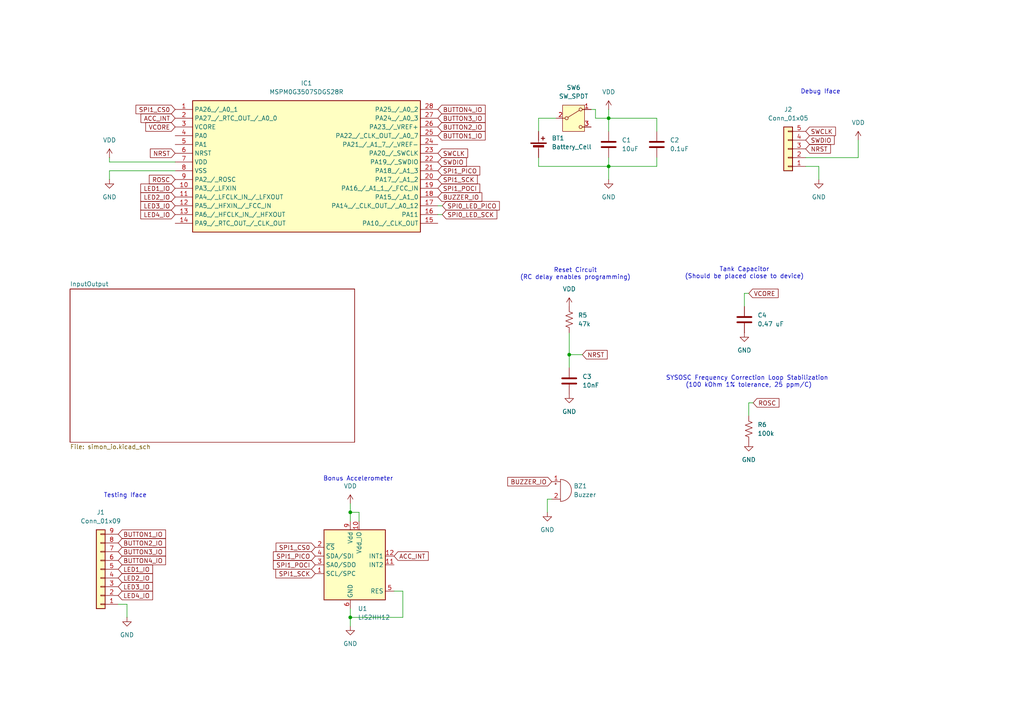
<source format=kicad_sch>
(kicad_sch (version 20231120) (generator "eeschema") (generator_version "8.0")
  (paper "A4")
  (lib_symbols
    (symbol "Connector_Generic:Conn_01x05" (pin_names (offset 1.016) hide)
      (property "Reference" "J" (at 0 7.62 0))
      (property "Value" "Conn_01x05" (at 0 -7.62 0))
      (symbol "Conn_01x05_1_1"
        (rectangle (start -1.27 -4.953) (end 0 -5.207) (stroke (width 0.1524)))
        (rectangle (start -1.27 -2.413) (end 0 -2.667) (stroke (width 0.1524)))
        (rectangle (start -1.27 0.127) (end 0 -0.127) (stroke (width 0.1524)))
        (rectangle (start -1.27 2.667) (end 0 2.413) (stroke (width 0.1524)))
        (rectangle (start -1.27 5.207) (end 0 4.953) (stroke (width 0.1524)))
        (rectangle (start -1.27 6.35) (end 1.27 -6.35) (stroke (width 0.254)) (fill (type background)))
        (pin passive line (at -5.08 5.08 0) (length 3.81) (name "Pin_1") (number "1"))
        (pin passive line (at -5.08 2.54 0) (length 3.81) (name "Pin_2") (number "2"))
        (pin passive line (at -5.08 0 0) (length 3.81) (name "Pin_3") (number "3"))
        (pin passive line (at -5.08 -2.54 0) (length 3.81) (name "Pin_4") (number "4"))
        (pin passive line (at -5.08 -5.08 0) (length 3.81) (name "Pin_5") (number "5"))
      )
    )
    (symbol "Connector_Generic:Conn_01x09" (pin_names (offset 1.016) hide)
      (property "Reference" "J" (at 0 12.7 0))
      (property "Value" "Conn_01x09" (at 0 -12.7 0))
      (symbol "Conn_01x09_1_1"
        (rectangle (start -1.27 -10.033) (end 0 -10.287) (stroke (width 0.1524)))
        (rectangle (start -1.27 -7.493) (end 0 -7.747) (stroke (width 0.1524)))
        (rectangle (start -1.27 -4.953) (end 0 -5.207) (stroke (width 0.1524)))
        (rectangle (start -1.27 -2.413) (end 0 -2.667) (stroke (width 0.1524)))
        (rectangle (start -1.27 0.127) (end 0 -0.127) (stroke (width 0.1524)))
        (rectangle (start -1.27 2.667) (end 0 2.413) (stroke (width 0.1524)))
        (rectangle (start -1.27 5.207) (end 0 4.953) (stroke (width 0.1524)))
        (rectangle (start -1.27 7.747) (end 0 7.493) (stroke (width 0.1524)))
        (rectangle (start -1.27 10.287) (end 0 10.033) (stroke (width 0.1524)))
        (rectangle (start -1.27 11.43) (end 1.27 -11.43) (stroke (width 0.254)) (fill (type background)))
        (pin passive line (at -5.08 10.16 0) (length 3.81) (name "Pin_1") (number "1"))
        (pin passive line (at -5.08 7.62 0) (length 3.81) (name "Pin_2") (number "2"))
        (pin passive line (at -5.08 5.08 0) (length 3.81) (name "Pin_3") (number "3"))
        (pin passive line (at -5.08 2.54 0) (length 3.81) (name "Pin_4") (number "4"))
        (pin passive line (at -5.08 0 0) (length 3.81) (name "Pin_5") (number "5"))
        (pin passive line (at -5.08 -2.54 0) (length 3.81) (name "Pin_6") (number "6"))
        (pin passive line (at -5.08 -5.08 0) (length 3.81) (name "Pin_7") (number "7"))
        (pin passive line (at -5.08 -7.62 0) (length 3.81) (name "Pin_8") (number "8"))
        (pin passive line (at -5.08 -10.16 0) (length 3.81) (name "Pin_9") (number "9"))
      )
    )
    (symbol "Device:Battery_Cell" (pin_numbers hide) (pin_names (offset 0) hide)
      (property "Reference" "BT" (at 2.54 2.54 0))
      (property "Value" "Battery_Cell" (at 2.54 0 0))
      (symbol "Battery_Cell_0_1"
        (rectangle (start -2.286 1.778) (end 2.286 1.524) (fill (type outline)))
        (rectangle (start -1.524 1.016) (end 1.524 0.508) (fill (type outline)))
        (polyline (pts (xy 0 0.762) (xy 0 0)))
        (polyline (pts (xy 0 1.778) (xy 0 2.54)))
        (polyline (pts (xy 0.762 3.048) (xy 1.778 3.048)) (stroke (width 0.254)))
        (polyline (pts (xy 1.27 3.556) (xy 1.27 2.54)) (stroke (width 0.254)))
      )
      (symbol "Battery_Cell_1_1"
        (pin passive line (at 0 5.08 270) (length 2.54) (name "+") (number "1"))
        (pin passive line (at 0 -2.54 90) (length 2.54) (name "-") (number "2"))
      )
    )
    (symbol "Device:Buzzer" (pin_names (offset 0.0254) hide)
      (property "Reference" "BZ" (at 3.81 1.27 0))
      (property "Value" "Buzzer" (at 3.81 -1.27 0))
      (symbol "Buzzer_0_1"
        (arc (start 0 -3.175) (mid 3.1612 0) (end 0 3.175))
        (polyline (pts (xy -1.651 1.905) (xy -1.143 1.905)))
        (polyline (pts (xy -1.397 2.159) (xy -1.397 1.651)))
        (polyline (pts (xy 0 3.175) (xy 0 -3.175)))
      )
      (symbol "Buzzer_1_1"
        (pin passive line (at -2.54 2.54 0) (length 2.54) (name "+") (number "1"))
        (pin passive line (at -2.54 -2.54 0) (length 2.54) (name "-") (number "2"))
      )
    )
    (symbol "Device:C" (pin_numbers hide) (pin_names (offset 0.254))
      (property "Reference" "C" (at 0.635 2.54 0))
      (property "Value" "C" (at 0.635 -2.54 0))
      (symbol "C_0_1"
        (polyline (pts (xy -2.032 -0.762) (xy 2.032 -0.762)) (stroke (width 0.508)))
        (polyline (pts (xy -2.032 0.762) (xy 2.032 0.762)) (stroke (width 0.508)))
      )
      (symbol "C_1_1"
        (pin passive line (at 0 3.81 270) (length 2.794) (name "~") (number "1"))
        (pin passive line (at 0 -3.81 90) (length 2.794) (name "~") (number "2"))
      )
    )
    (symbol "Device:R_US" (pin_numbers hide) (pin_names (offset 0))
      (property "Reference" "R" (at 2.54 0 90))
      (property "Value" "R_US" (at -2.54 0 90))
      (symbol "R_US_0_1"
        (polyline (pts (xy 0 -2.286) (xy 0 -2.54)))
        (polyline (pts (xy 0 2.286) (xy 0 2.54)))
        (polyline (pts (xy 0 -0.762) (xy 1.016 -1.143) (xy 0 -1.524) (xy -1.016 -1.905) (xy 0 -2.286)))
        (polyline (pts (xy 0 0.762) (xy 1.016 0.381) (xy 0 0) (xy -1.016 -0.381) (xy 0 -0.762)))
        (polyline (pts (xy 0 2.286) (xy 1.016 1.905) (xy 0 1.524) (xy -1.016 1.143) (xy 0 0.762)))
      )
      (symbol "R_US_1_1"
        (pin passive line (at 0 3.81 270) (length 1.27) (name "~") (number "1"))
        (pin passive line (at 0 -3.81 90) (length 1.27) (name "~") (number "2"))
      )
    )
    (symbol "ELEC327-Kicad:MSPM0G3507SDGS28R"
      (property "Reference" "IC" (at 72.39 7.62 0))
      (property "Value" "MSPM0G3507SDGS28R" (at 72.39 5.08 0))
      (symbol "MSPM0G3507SDGS28R_1_1"
        (rectangle (start 5.08 2.54) (end 71.12 -35.56) (stroke (width 0.254)) (fill (type background)))
        (pin passive line (at 0 0 0) (length 5.08) (name "PA26_/_A0_1") (number "1"))
        (pin passive line (at 0 -22.86 0) (length 5.08) (name "PA3_/_LFXIN") (number "10"))
        (pin passive line (at 0 -25.4 0) (length 5.08) (name "PA4_/_LFCLK_IN_/_LFXOUT") (number "11"))
        (pin passive line (at 0 -27.94 0) (length 5.08) (name "PA5_/_HFXIN_/_FCC_IN") (number "12"))
        (pin passive line (at 0 -30.48 0) (length 5.08) (name "PA6_/_HFCLK_IN_/_HFXOUT") (number "13"))
        (pin passive line (at 0 -33.02 0) (length 5.08) (name "PA9_/_RTC_OUT_/_CLK_OUT") (number "14"))
        (pin passive line (at 76.2 -33.02 180) (length 5.08) (name "PA10_/_CLK_OUT") (number "15"))
        (pin passive line (at 76.2 -30.48 180) (length 5.08) (name "PA11") (number "16"))
        (pin passive line (at 76.2 -27.94 180) (length 5.08) (name "PA14_/_CLK_OUT_/_A0_12") (number "17"))
        (pin passive line (at 76.2 -25.4 180) (length 5.08) (name "PA15_/_A1_0") (number "18"))
        (pin passive line (at 76.2 -22.86 180) (length 5.08) (name "PA16_/_A1_1_/_FCC_IN") (number "19"))
        (pin passive line (at 0 -2.54 0) (length 5.08) (name "PA27_/_RTC_OUT_/_A0_0") (number "2"))
        (pin passive line (at 76.2 -20.32 180) (length 5.08) (name "PA17_/_A1_2") (number "20"))
        (pin passive line (at 76.2 -17.78 180) (length 5.08) (name "PA18_/_A1_3") (number "21"))
        (pin passive line (at 76.2 -15.24 180) (length 5.08) (name "PA19_/_SWDIO") (number "22"))
        (pin passive line (at 76.2 -12.7 180) (length 5.08) (name "PA20_/_SWCLK") (number "23"))
        (pin passive line (at 76.2 -10.16 180) (length 5.08) (name "PA21_/_A1_7_/_VREF-") (number "24"))
        (pin passive line (at 76.2 -7.62 180) (length 5.08) (name "PA22_/_CLK_OUT_/_A0_7") (number "25"))
        (pin passive line (at 76.2 -5.08 180) (length 5.08) (name "PA23_/_VREF+") (number "26"))
        (pin passive line (at 76.2 -2.54 180) (length 5.08) (name "PA24_/_A0_3") (number "27"))
        (pin passive line (at 76.2 0 180) (length 5.08) (name "PA25_/_A0_2") (number "28"))
        (pin passive line (at 0 -5.08 0) (length 5.08) (name "VCORE") (number "3"))
        (pin passive line (at 0 -7.62 0) (length 5.08) (name "PA0") (number "4"))
        (pin passive line (at 0 -10.16 0) (length 5.08) (name "PA1") (number "5"))
        (pin passive line (at 0 -12.7 0) (length 5.08) (name "NRST") (number "6"))
        (pin passive line (at 0 -15.24 0) (length 5.08) (name "VDD") (number "7"))
        (pin passive line (at 0 -17.78 0) (length 5.08) (name "VSS") (number "8"))
        (pin passive line (at 0 -20.32 0) (length 5.08) (name "PA2_/_ROSC") (number "9"))
      )
    )
    (symbol "Sensor_Motion:LIS2HH12"
      (property "Reference" "U" (at -5.08 11.43 0))
      (property "Value" "LIS2HH12" (at 3.81 11.43 0))
      (symbol "LIS2HH12_0_1"
        (rectangle (start -7.62 10.16) (end 10.16 -10.16) (stroke (width 0.254)) (fill (type background)))
      )
      (symbol "LIS2HH12_1_1"
        (pin input line (at -10.16 -2.54 0) (length 2.54) (name "SCL/SPC") (number "1"))
        (pin power_in line (at 2.54 12.7 270) (length 2.54) (name "Vdd_IO") (number "10"))
        (pin output line (at 12.7 0 180) (length 2.54) (name "INT2") (number "11"))
        (pin output line (at 12.7 2.54 180) (length 2.54) (name "INT1") (number "12"))
        (pin input line (at -10.16 5.08 0) (length 2.54) (name "~{CS}") (number "2"))
        (pin bidirectional line (at -10.16 0 0) (length 2.54) (name "SA0/SDO") (number "3"))
        (pin bidirectional line (at -10.16 2.54 0) (length 2.54) (name "SDA/SDI") (number "4"))
        (pin passive line (at 12.7 -7.62 180) (length 2.54) (name "RES") (number "5"))
        (pin power_in line (at 0 -12.7 90) (length 2.54) (name "GND") (number "6"))
        (pin passive line (at 0 -12.7 90) (length 2.54) hide (name "GND") (number "7"))
        (pin passive line (at 0 -12.7 90) (length 2.54) hide (name "GND") (number "8"))
        (pin power_in line (at 0 12.7 270) (length 2.54) (name "Vdd") (number "9"))
      )
    )
    (symbol "Switch:SW_SPDT" (pin_names (offset 0) hide)
      (property "Reference" "SW" (at 0 5.08 0))
      (property "Value" "SW_SPDT" (at 0 -5.08 0))
      (symbol "SW_SPDT_0_1"
        (circle (center -2.032 0) (radius 0.4572))
        (polyline (pts (xy -1.651 0.254) (xy 1.651 2.286)))
        (circle (center 2.032 -2.54) (radius 0.4572))
        (circle (center 2.032 2.54) (radius 0.4572))
      )
      (symbol "SW_SPDT_1_1"
        (rectangle (start -3.175 3.81) (end 3.175 -3.81) (fill (type background)))
        (pin passive line (at 5.08 2.54 180) (length 2.54) (name "A") (number "1"))
        (pin passive line (at -5.08 0 0) (length 2.54) (name "B") (number "2"))
        (pin passive line (at 5.08 -2.54 180) (length 2.54) (name "C") (number "3"))
      )
    )
    (symbol "power:GND" (power) (pin_numbers hide) (pin_names (offset 0) hide)
      (property "Value" "GND" (at 0 -3.81 0))
      (symbol "GND_0_1"
        (polyline (pts (xy 0 0) (xy 0 -1.27) (xy 1.27 -1.27) (xy 0 -2.54) (xy -1.27 -1.27) (xy 0 -1.27)))
      )
      (symbol "GND_1_1"
        (pin power_in line (at 0 0 270) (length 0) (name "~") (number "1"))
      )
    )
    (symbol "power:VDD" (power) (pin_numbers hide) (pin_names (offset 0) hide)
      (property "Value" "VDD" (at 0 3.556 0))
      (symbol "VDD_0_1"
        (polyline (pts (xy -0.762 1.27) (xy 0 2.54)))
        (polyline (pts (xy 0 0) (xy 0 2.54)))
        (polyline (pts (xy 0 2.54) (xy 0.762 1.27)))
      )
      (symbol "VDD_1_1"
        (pin power_in line (at 0 0 90) (length 0) (name "~") (number "1"))
      )
    )
  )
  (junction (at 101.6 179.07))
  (junction (at 101.6 148.59))
  (junction (at 176.53 34.29))
  (junction (at 176.53 48.26))
  (junction (at 165.1 102.87))
  (wire (pts (xy 176.53 31.75) (xy 176.53 34.29)))
  (wire (pts (xy 156.21 34.29) (xy 156.21 38.1)))
  (wire (pts (xy 101.6 181.61) (xy 101.6 179.07)))
  (wire (pts (xy 128.27 62.23) (xy 127 62.23)))
  (wire (pts (xy 190.5 48.26) (xy 190.5 45.72)))
  (wire (pts (xy 215.9 85.09) (xy 217.17 85.09)))
  (wire (pts (xy 172.72 31.75) (xy 172.72 34.29)))
  (wire (pts (xy 101.6 148.59) (xy 101.6 151.13)))
  (wire (pts (xy 233.68 48.26) (xy 237.49 48.26)))
  (wire (pts (xy 215.9 85.09) (xy 215.9 88.9)))
  (wire (pts (xy 156.21 48.26) (xy 176.53 48.26)))
  (wire (pts (xy 101.6 146.05) (xy 101.6 148.59)))
  (wire (pts (xy 31.75 49.53) (xy 31.75 52.07)))
  (wire (pts (xy 101.6 179.07) (xy 101.6 176.53)))
  (wire (pts (xy 104.14 148.59) (xy 101.6 148.59)))
  (wire (pts (xy 190.5 34.29) (xy 190.5 38.1)))
  (wire (pts (xy 248.92 40.64) (xy 248.92 45.72)))
  (wire (pts (xy 50.8 49.53) (xy 31.75 49.53)))
  (wire (pts (xy 156.21 45.72) (xy 156.21 48.26)))
  (wire (pts (xy 31.75 46.99) (xy 31.75 45.72)))
  (wire (pts (xy 176.53 45.72) (xy 176.53 48.26)))
  (wire (pts (xy 248.92 45.72) (xy 233.68 45.72)))
  (wire (pts (xy 217.17 120.65) (xy 217.17 116.84)))
  (wire (pts (xy 176.53 34.29) (xy 190.5 34.29)))
  (wire (pts (xy 50.8 46.99) (xy 31.75 46.99)))
  (wire (pts (xy 158.75 144.78) (xy 158.75 148.59)))
  (wire (pts (xy 116.84 171.45) (xy 116.84 179.07)))
  (wire (pts (xy 171.45 31.75) (xy 172.72 31.75)))
  (wire (pts (xy 156.21 34.29) (xy 161.29 34.29)))
  (wire (pts (xy 36.83 179.07) (xy 36.83 175.26)))
  (wire (pts (xy 116.84 179.07) (xy 101.6 179.07)))
  (wire (pts (xy 237.49 48.26) (xy 237.49 52.07)))
  (wire (pts (xy 160.02 144.78) (xy 158.75 144.78)))
  (wire (pts (xy 114.3 171.45) (xy 116.84 171.45)))
  (wire (pts (xy 168.91 102.87) (xy 165.1 102.87)))
  (wire (pts (xy 104.14 151.13) (xy 104.14 148.59)))
  (wire (pts (xy 165.1 96.52) (xy 165.1 102.87)))
  (wire (pts (xy 176.53 48.26) (xy 190.5 48.26)))
  (wire (pts (xy 36.83 175.26) (xy 34.29 175.26)))
  (wire (pts (xy 176.53 48.26) (xy 176.53 52.07)))
  (wire (pts (xy 176.53 34.29) (xy 176.53 38.1)))
  (wire (pts (xy 217.17 116.84) (xy 218.44 116.84)))
  (wire (pts (xy 165.1 102.87) (xy 165.1 106.68)))
  (wire (pts (xy 172.72 34.29) (xy 176.53 34.29)))
  (wire (pts (xy 128.27 59.69) (xy 127 59.69)))
  (text "Tank Capacitor\n(Should be placed close to device)" (at 215.9 79.248 0) (effects (font (size 1.27 1.27))))
  (text "Reset Circuit\n(RC delay enables programming)" (at 166.878 79.502 0) (effects (font (size 1.27 1.27))))
  (text "Debug Iface" (at 237.998 26.67 0) (effects (font (size 1.27 1.27))))
  (text "Testing Iface" (at 36.322 143.764 0) (effects (font (size 1.27 1.27))))
  (text "Bonus Accelerometer" (at 103.886 138.938 0) (effects (font (size 1.27 1.27))))
  (text "SYSOSC Frequency Correction Loop Stabilization \n(100 kOhm 1% tolerance, 25 ppm/C)" (at 217.17 110.744 0) (effects (font (size 1.27 1.27))))
  (global_label "LED3_IO" (shape input) (at 34.29 170.18 0) (property "Intersheetrefs" "${INTERSHEET_REFS}" (effects (hide yes))))
  (global_label "SPI1_SCK" (shape input) (at 91.44 166.37 180) (property "Intersheetrefs" "${INTERSHEET_REFS}" (effects (hide yes))))
  (global_label "SPI1_POCI" (shape input) (at 127 54.61 0) (property "Intersheetrefs" "${INTERSHEET_REFS}" (effects (hide yes))))
  (global_label "LED2_IO" (shape input) (at 50.8 57.15 180) (property "Intersheetrefs" "${INTERSHEET_REFS}" (effects (hide yes))))
  (global_label "SPI1_CS0" (shape input) (at 91.44 158.75 180) (property "Intersheetrefs" "${INTERSHEET_REFS}" (effects (hide yes))))
  (global_label "SPI1_CS0" (shape input) (at 50.8 31.75 180) (property "Intersheetrefs" "${INTERSHEET_REFS}" (effects (hide yes))))
  (global_label "BUTTON3_IO" (shape input) (at 127 34.29 0) (property "Intersheetrefs" "${INTERSHEET_REFS}" (effects (hide yes))))
  (global_label "SWCLK" (shape input) (at 233.68 38.1 0) (property "Intersheetrefs" "${INTERSHEET_REFS}" (effects (hide yes))))
  (global_label "SPI1_SCK" (shape input) (at 127 52.07 0) (property "Intersheetrefs" "${INTERSHEET_REFS}" (effects (hide yes))))
  (global_label "BUTTON4_IO" (shape input) (at 127 31.75 0) (property "Intersheetrefs" "${INTERSHEET_REFS}" (effects (hide yes))))
  (global_label "NRST" (shape input) (at 168.91 102.87 0) (property "Intersheetrefs" "${INTERSHEET_REFS}" (effects (hide yes))))
  (global_label "SPI1_PICO" (shape input) (at 127 49.53 0) (property "Intersheetrefs" "${INTERSHEET_REFS}" (effects (hide yes))))
  (global_label "BUZZER_IO" (shape input) (at 127 57.15 0) (property "Intersheetrefs" "${INTERSHEET_REFS}" (effects (hide yes))))
  (global_label "BUTTON4_IO" (shape input) (at 34.29 162.56 0) (property "Intersheetrefs" "${INTERSHEET_REFS}" (effects (hide yes))))
  (global_label "BUTTON2_IO" (shape input) (at 127 36.83 0) (property "Intersheetrefs" "${INTERSHEET_REFS}" (effects (hide yes))))
  (global_label "SWCLK" (shape input) (at 127 44.45 0) (property "Intersheetrefs" "${INTERSHEET_REFS}" (effects (hide yes))))
  (global_label "BUTTON3_IO" (shape input) (at 34.29 160.02 0) (property "Intersheetrefs" "${INTERSHEET_REFS}" (effects (hide yes))))
  (global_label "ACC_INT" (shape input) (at 114.3 161.29 0) (property "Intersheetrefs" "${INTERSHEET_REFS}" (effects (hide yes))))
  (global_label "LED4_IO" (shape input) (at 34.29 172.72 0) (property "Intersheetrefs" "${INTERSHEET_REFS}" (effects (hide yes))))
  (global_label "LED2_IO" (shape input) (at 34.29 167.64 0) (property "Intersheetrefs" "${INTERSHEET_REFS}" (effects (hide yes))))
  (global_label "LED1_IO" (shape input) (at 34.29 165.1 0) (property "Intersheetrefs" "${INTERSHEET_REFS}" (effects (hide yes))))
  (global_label "ROSC" (shape input) (at 218.44 116.84 0) (property "Intersheetrefs" "${INTERSHEET_REFS}" (effects (hide yes))))
  (global_label "BUZZER_IO" (shape input) (at 160.02 139.7 180) (property "Intersheetrefs" "${INTERSHEET_REFS}" (effects (hide yes))))
  (global_label "SPI0_LED_PICO" (shape input) (at 128.27 59.69 0) (property "Intersheetrefs" "${INTERSHEET_REFS}" (effects (hide yes))))
  (global_label "VCORE" (shape input) (at 50.8 36.83 180) (property "Intersheetrefs" "${INTERSHEET_REFS}" (effects (hide yes))))
  (global_label "SPI1_POCI" (shape input) (at 91.44 163.83 180) (property "Intersheetrefs" "${INTERSHEET_REFS}" (effects (hide yes))))
  (global_label "NRST" (shape input) (at 233.68 43.18 0) (property "Intersheetrefs" "${INTERSHEET_REFS}" (effects (hide yes))))
  (global_label "BUTTON2_IO" (shape input) (at 34.29 157.48 0) (property "Intersheetrefs" "${INTERSHEET_REFS}" (effects (hide yes))))
  (global_label "SPI1_PICO" (shape input) (at 91.44 161.29 180) (property "Intersheetrefs" "${INTERSHEET_REFS}" (effects (hide yes))))
  (global_label "SWDIO" (shape input) (at 233.68 40.64 0) (property "Intersheetrefs" "${INTERSHEET_REFS}" (effects (hide yes))))
  (global_label "BUTTON1_IO" (shape input) (at 34.29 154.94 0) (property "Intersheetrefs" "${INTERSHEET_REFS}" (effects (hide yes))))
  (global_label "SPI0_LED_SCK" (shape input) (at 128.27 62.23 0) (property "Intersheetrefs" "${INTERSHEET_REFS}" (effects (hide yes))))
  (global_label "SWDIO" (shape input) (at 127 46.99 0) (property "Intersheetrefs" "${INTERSHEET_REFS}" (effects (hide yes))))
  (global_label "BUTTON1_IO" (shape input) (at 127 39.37 0) (property "Intersheetrefs" "${INTERSHEET_REFS}" (effects (hide yes))))
  (global_label "NRST" (shape input) (at 50.8 44.45 180) (property "Intersheetrefs" "${INTERSHEET_REFS}" (effects (hide yes))))
  (global_label "LED3_IO" (shape input) (at 50.8 59.69 180) (property "Intersheetrefs" "${INTERSHEET_REFS}" (effects (hide yes))))
  (global_label "ROSC" (shape input) (at 50.8 52.07 180) (property "Intersheetrefs" "${INTERSHEET_REFS}" (effects (hide yes))))
  (global_label "LED1_IO" (shape input) (at 50.8 54.61 180) (property "Intersheetrefs" "${INTERSHEET_REFS}" (effects (hide yes))))
  (global_label "LED4_IO" (shape input) (at 50.8 62.23 180) (property "Intersheetrefs" "${INTERSHEET_REFS}" (effects (hide yes))))
  (global_label "ACC_INT" (shape input) (at 50.8 34.29 180) (property "Intersheetrefs" "${INTERSHEET_REFS}" (effects (hide yes))))
  (global_label "VCORE" (shape input) (at 217.17 85.09 0) (property "Intersheetrefs" "${INTERSHEET_REFS}" (effects (hide yes))))
  (symbol (lib_id "Connector_Generic:Conn_01x09") (at 29.21 165.1 180) (unit 1)
    (property "Reference" "J1" (at 29.21 148.59 0))
    (property "Value" "Conn_01x09" (at 29.21 151.13 0))
    (property "Footprint" "Connector_PinHeader_2.54mm:PinHeader_1x09_P2.54mm_Horizontal" (effects (hide yes)))
    (property "Description" "Generic connector, single row, 01x09, script generated (kicad-library-utils/schlib/autogen/connector/)" (effects (hide yes)))
  )
  (symbol (lib_id "power:VDD") (at 248.92 40.64 0) (unit 1)
    (property "Reference" "#PWR015" (effects (hide yes)))
    (property "Value" "VDD" (at 248.92 35.56 0))
    (property "Description" "Power symbol creates a global label with name \"VDD\"" (effects (hide yes)))
  )
  (symbol (lib_id "power:GND") (at 31.75 52.07 0) (unit 1)
    (property "Reference" "#PWR07" (effects (hide yes)))
    (property "Value" "GND" (at 31.75 57.15 0))
    (property "Description" "Power symbol creates a global label with name \"GND\" , ground" (effects (hide yes)))
  )
  (symbol (lib_id "Device:Buzzer") (at 162.56 142.24 0) (unit 1)
    (property "Reference" "BZ1" (at 166.37 140.9699 0) (effects (justify left)))
    (property "Value" "Buzzer" (at 166.37 143.5099 0) (effects (justify left)))
    (property "Footprint" "Buzzer_Beeper:Buzzer_CUI_CPT-9019S-SMT" (effects (hide yes)))
    (property "Description" "Buzzer, polarized" (effects (hide yes)))
  )
  (symbol (lib_id "Device:R_US") (at 217.17 124.46 180) (unit 1)
    (property "Reference" "R6" (at 219.71 123.1899 0) (effects (justify right)))
    (property "Value" "100k" (at 219.71 125.7299 0) (effects (justify right)))
    (property "Footprint" "Resistor_SMD:R_0603_1608Metric_Pad0.98x0.95mm_HandSolder" (effects (hide yes)))
    (property "Description" "Resistor, US symbol" (effects (hide yes)))
  )
  (symbol (lib_id "Device:R_US") (at 165.1 92.71 180) (unit 1)
    (property "Reference" "R5" (at 167.64 91.4399 0) (effects (justify right)))
    (property "Value" "47k" (at 167.64 93.9799 0) (effects (justify right)))
    (property "Footprint" "Resistor_SMD:R_0603_1608Metric_Pad0.98x0.95mm_HandSolder" (effects (hide yes)))
    (property "Description" "Resistor, US symbol" (effects (hide yes)))
  )
  (symbol (lib_id "power:GND") (at 101.6 181.61 0) (unit 1)
    (property "Reference" "#PWR016" (effects (hide yes)))
    (property "Value" "GND" (at 101.6 186.69 0))
    (property "Description" "Power symbol creates a global label with name \"GND\" , ground" (effects (hide yes)))
  )
  (symbol (lib_id "Device:C") (at 165.1 110.49 0) (unit 1)
    (property "Reference" "C3" (at 168.91 109.2199 0) (effects (justify left)))
    (property "Value" "10nF" (at 168.91 111.7599 0) (effects (justify left)))
    (property "Footprint" "Capacitor_SMD:C_0603_1608Metric_Pad1.08x0.95mm_HandSolder" (effects (hide yes)))
    (property "Description" "Unpolarized capacitor" (effects (hide yes)))
  )
  (symbol (lib_id "Device:C") (at 215.9 92.71 0) (unit 1)
    (property "Reference" "C4" (at 219.71 91.4399 0) (effects (justify left)))
    (property "Value" "0.47 uF" (at 219.71 93.9799 0) (effects (justify left)))
    (property "Footprint" "Capacitor_SMD:C_0603_1608Metric_Pad1.08x0.95mm_HandSolder" (effects (hide yes)))
    (property "Description" "Unpolarized capacitor" (effects (hide yes)))
  )
  (symbol (lib_id "Device:C") (at 176.53 41.91 0) (unit 1)
    (property "Reference" "C1" (at 180.34 40.6399 0) (effects (justify left)))
    (property "Value" "10uF" (at 180.34 43.1799 0) (effects (justify left)))
    (property "Footprint" "Capacitor_SMD:C_1206_3216Metric_Pad1.33x1.80mm_HandSolder" (effects (hide yes)))
    (property "Description" "Unpolarized capacitor" (effects (hide yes)))
  )
  (symbol (lib_id "Device:C") (at 190.5 41.91 0) (unit 1)
    (property "Reference" "C2" (at 194.31 40.6399 0) (effects (justify left)))
    (property "Value" "0.1uF" (at 194.31 43.1799 0) (effects (justify left)))
    (property "Footprint" "Capacitor_SMD:C_0603_1608Metric_Pad1.08x0.95mm_HandSolder" (effects (hide yes)))
    (property "Description" "Unpolarized capacitor" (effects (hide yes)))
  )
  (symbol (lib_id "power:GND") (at 237.49 52.07 0) (unit 1)
    (property "Reference" "#PWR012" (effects (hide yes)))
    (property "Value" "GND" (at 237.49 57.15 0))
    (property "Description" "Power symbol creates a global label with name \"GND\" , ground" (effects (hide yes)))
  )
  (symbol (lib_id "Device:Battery_Cell") (at 156.21 43.18 0) (unit 1)
    (property "Reference" "BT1" (at 160.02 40.0684 0) (effects (justify left)))
    (property "Value" "Battery_Cell" (at 160.02 42.6084 0) (effects (justify left)))
    (property "Footprint" "Battery:BatteryHolder_Keystone_2468_2xAAA" (effects (hide yes)))
    (property "Description" "Single-cell battery" (effects (hide yes)))
  )
  (symbol (lib_id "power:GND") (at 215.9 96.52 0) (unit 1)
    (property "Reference" "#PWR08" (effects (hide yes)))
    (property "Value" "GND" (at 215.9 101.6 0))
    (property "Description" "Power symbol creates a global label with name \"GND\" , ground" (effects (hide yes)))
  )
  (symbol (lib_id "power:GND") (at 176.53 52.07 0) (unit 1)
    (property "Reference" "#PWR03" (effects (hide yes)))
    (property "Value" "GND" (at 176.53 57.15 0))
    (property "Description" "Power symbol creates a global label with name \"GND\" , ground" (effects (hide yes)))
  )
  (symbol (lib_id "ELEC327-Kicad:MSPM0G3507SDGS28R") (at 50.8 31.75 0) (unit 1)
    (property "Reference" "IC1" (at 88.9 24.13 0))
    (property "Value" "MSPM0G3507SDGS28R" (at 88.9 26.67 0))
    (property "Footprint" "SOP50P490X110-28N" (effects (hide yes)))
    (property "Description" "ARM Microcontrollers - MCU 80MHz Arm M0+ MCU, 128KB Flash, 32KB SRAM, 2 12bit 4Msps ADC, DAC, 3 COMP, 3 op-amp, CAN-FD, MATHACL" (effects (hide yes)))
    (property "Height" "1.1" (effects (hide yes)))
    (property "Mouser Part Number" "595-MSPM0G3107SDG28R" (effects (hide yes)))
    (property "Mouser Price/Stock" "https://www.mouser.co.uk/ProductDetail/Texas-Instruments/MSPM0G3107SDGS28R?qs=IKkN%2F947nfBrWw9Syp8p1g%3D%3D" (effects (hide yes)))
    (property "Manufacturer_Name" "Texas Instruments" (effects (hide yes)))
    (property "Manufacturer_Part_Number" "MSPM0G3107SDGS28R" (effects (hide yes)))
  )
  (symbol (lib_id "power:VDD") (at 101.6 146.05 0) (unit 1)
    (property "Reference" "#PWR017" (effects (hide yes)))
    (property "Value" "VDD" (at 101.6 140.97 0))
    (property "Description" "Power symbol creates a global label with name \"VDD\"" (effects (hide yes)))
  )
  (symbol (lib_id "Connector_Generic:Conn_01x05") (at 228.6 43.18 180) (unit 1)
    (property "Reference" "J2" (at 228.6 31.75 0))
    (property "Value" "Conn_01x05" (at 228.6 34.29 0))
    (property "Footprint" "Connector_PinHeader_2.54mm:PinHeader_1x05_P2.54mm_Horizontal" (effects (hide yes)))
    (property "Description" "Generic connector, single row, 01x05, script generated (kicad-library-utils/schlib/autogen/connector/)" (effects (hide yes)))
  )
  (symbol (lib_id "power:VDD") (at 176.53 31.75 0) (unit 1)
    (property "Reference" "#PWR02" (effects (hide yes)))
    (property "Value" "VDD" (at 176.53 26.67 0))
    (property "Description" "Power symbol creates a global label with name \"VDD\"" (effects (hide yes)))
  )
  (symbol (lib_id "power:VDD") (at 31.75 45.72 0) (unit 1)
    (property "Reference" "#PWR06" (effects (hide yes)))
    (property "Value" "VDD" (at 31.75 40.64 0))
    (property "Description" "Power symbol creates a global label with name \"VDD\"" (effects (hide yes)))
  )
  (symbol (lib_id "Switch:SW_SPDT") (at 166.37 34.29 0) (unit 1)
    (property "Reference" "SW6" (at 166.37 25.4 0))
    (property "Value" "SW_SPDT" (at 166.37 27.94 0))
    (property "Footprint" "Button_Switch_SMD:SW_DPDT_CK_JS202011JCQN" (effects (hide yes)))
    (property "Description" "SWITCH SLIDE DPDT 300MA 6V" (effects (hide yes)))
  )
  (symbol (lib_id "power:VDD") (at 165.1 88.9 0) (unit 1)
    (property "Reference" "#PWR05" (effects (hide yes)))
    (property "Value" "VDD" (at 165.1 83.82 0))
    (property "Description" "Power symbol creates a global label with name \"VDD\"" (effects (hide yes)))
  )
  (symbol (lib_id "Sensor_Motion:LIS2HH12") (at 101.6 163.83 0) (unit 1)
    (property "Reference" "U1" (at 103.7941 176.53 0) (effects (justify left)))
    (property "Value" "LIS2HH12" (at 103.7941 179.07 0) (effects (justify left)))
    (property "Footprint" "Package_LGA:LGA-12_2x2mm_P0.5mm" (effects (hide yes)))
    (property "Datasheet" "www.st.com/resource/en/datasheet/lis2hh12.pdf" (effects (hide yes)))
    (property "Description" "3-Axis Accelerometer, 2/4/8g range, I2C/SPI interface" (effects (hide yes)))
  )
  (symbol (lib_id "power:GND") (at 36.83 179.07 0) (unit 1)
    (property "Reference" "#PWR011" (effects (hide yes)))
    (property "Value" "GND" (at 36.83 184.15 0))
    (property "Description" "Power symbol creates a global label with name \"GND\" , ground" (effects (hide yes)))
  )
  (symbol (lib_id "power:GND") (at 217.17 128.27 0) (unit 1)
    (property "Reference" "#PWR09" (effects (hide yes)))
    (property "Value" "GND" (at 217.17 133.35 0))
    (property "Description" "Power symbol creates a global label with name \"GND\" , ground" (effects (hide yes)))
  )
  (symbol (lib_id "power:GND") (at 158.75 148.59 0) (unit 1)
    (property "Reference" "#PWR010" (effects (hide yes)))
    (property "Value" "GND" (at 158.75 153.67 0))
    (property "Description" "Power symbol creates a global label with name \"GND\" , ground" (effects (hide yes)))
  )
  (symbol (lib_id "power:GND") (at 165.1 114.3 0) (unit 1)
    (property "Reference" "#PWR04" (effects (hide yes)))
    (property "Value" "GND" (at 165.1 119.38 0))
    (property "Description" "Power symbol creates a global label with name \"GND\" , ground" (effects (hide yes)))
  )
  (sheet (at 20.32 83.82) (size 82.55 44.45) (stroke (width 0.1524))
    (property "Sheetname" "InputOutput" (at 20.32 83.1084 0) (effects (justify left bottom)))
    (property "Sheetfile" "simon_io.kicad_sch" (at 20.32 128.8546 0) (effects (justify left top)))
  )
)
</source>
